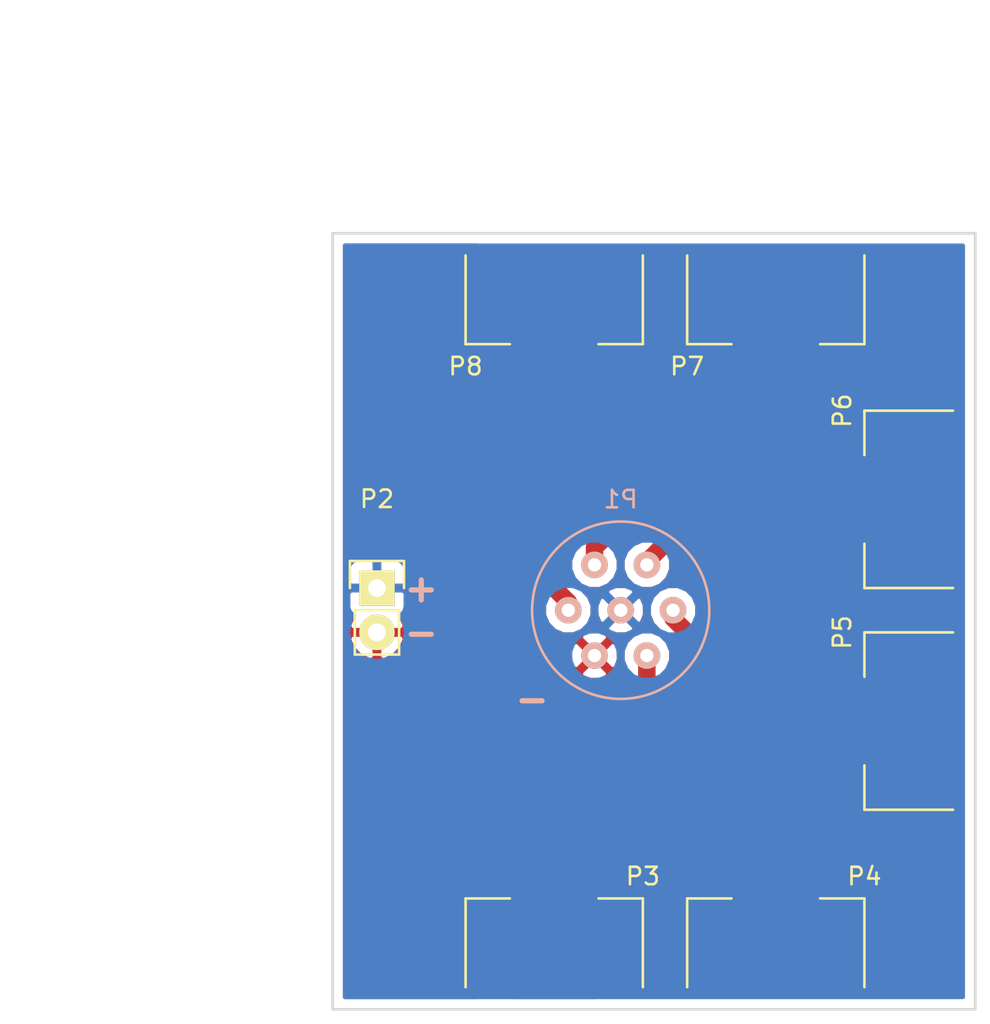
<source format=kicad_pcb>
(kicad_pcb (version 4) (host pcbnew 4.0.0-rc1-stable)

  (general
    (links 14)
    (no_connects 1)
    (area 111.380001 96.21 168.615 154.645)
    (thickness 1.6)
    (drawings 9)
    (tracks 26)
    (zones 0)
    (modules 8)
    (nets 20)
  )

  (page A4)
  (layers
    (0 F.Cu signal)
    (31 B.Cu signal)
    (32 B.Adhes user)
    (33 F.Adhes user)
    (34 B.Paste user)
    (35 F.Paste user)
    (36 B.SilkS user)
    (37 F.SilkS user)
    (38 B.Mask user)
    (39 F.Mask user)
    (40 Dwgs.User user)
    (41 Cmts.User user)
    (42 Eco1.User user)
    (43 Eco2.User user)
    (44 Edge.Cuts user)
    (45 Margin user)
    (46 B.CrtYd user)
    (47 F.CrtYd user)
    (48 B.Fab user)
    (49 F.Fab user)
  )

  (setup
    (last_trace_width 0.25)
    (trace_clearance 0.2)
    (zone_clearance 0.508)
    (zone_45_only no)
    (trace_min 0.1524)
    (segment_width 0.2)
    (edge_width 0.15)
    (via_size 0.6)
    (via_drill 0.4)
    (via_min_size 0.508)
    (via_min_drill 0.3302)
    (uvia_size 0.3)
    (uvia_drill 0.1)
    (uvias_allowed no)
    (uvia_min_size 0.2)
    (uvia_min_drill 0.1)
    (pcb_text_width 0.3)
    (pcb_text_size 1.5 1.5)
    (mod_edge_width 0.15)
    (mod_text_size 1 1)
    (mod_text_width 0.15)
    (pad_size 1.524 1.524)
    (pad_drill 0.762)
    (pad_to_mask_clearance 0.2)
    (aux_axis_origin 0 0)
    (visible_elements 7FFFFFFF)
    (pcbplotparams
      (layerselection 0x010f0_80000001)
      (usegerberextensions false)
      (excludeedgelayer true)
      (linewidth 0.100000)
      (plotframeref false)
      (viasonmask false)
      (mode 1)
      (useauxorigin false)
      (hpglpennumber 1)
      (hpglpenspeed 20)
      (hpglpendiameter 15)
      (hpglpenoverlay 2)
      (psnegative false)
      (psa4output false)
      (plotreference true)
      (plotvalue true)
      (plotinvisibletext false)
      (padsonsilk false)
      (subtractmaskfromsilk false)
      (outputformat 1)
      (mirror false)
      (drillshape 0)
      (scaleselection 1)
      (outputdirectory gerbers/))
  )

  (net 0 "")
  (net 1 "Net-(P1-Pad1)")
  (net 2 "Net-(P1-Pad2)")
  (net 3 "Net-(P1-Pad3)")
  (net 4 "Net-(P1-Pad4)")
  (net 5 "Net-(P1-Pad5)")
  (net 6 "Net-(P1-Pad6)")
  (net 7 "Net-(P1-Pad7)")
  (net 8 "Net-(P3-Pad1)")
  (net 9 "Net-(P3-Pad4)")
  (net 10 "Net-(P4-Pad1)")
  (net 11 "Net-(P4-Pad4)")
  (net 12 "Net-(P5-Pad1)")
  (net 13 "Net-(P5-Pad4)")
  (net 14 "Net-(P6-Pad1)")
  (net 15 "Net-(P6-Pad4)")
  (net 16 "Net-(P7-Pad1)")
  (net 17 "Net-(P7-Pad4)")
  (net 18 "Net-(P8-Pad1)")
  (net 19 "Net-(P8-Pad4)")

  (net_class Default "This is the default net class."
    (clearance 0.2)
    (trace_width 0.25)
    (via_dia 0.6)
    (via_drill 0.4)
    (uvia_dia 0.3)
    (uvia_drill 0.1)
  )

  (net_class Power ""
    (clearance 0.2)
    (trace_width 1)
    (via_dia 0.6)
    (via_drill 0.4)
    (uvia_dia 0.3)
    (uvia_drill 0.1)
    (add_net "Net-(P1-Pad1)")
    (add_net "Net-(P1-Pad2)")
    (add_net "Net-(P1-Pad3)")
    (add_net "Net-(P1-Pad4)")
    (add_net "Net-(P1-Pad5)")
    (add_net "Net-(P1-Pad6)")
    (add_net "Net-(P1-Pad7)")
    (add_net "Net-(P3-Pad1)")
    (add_net "Net-(P3-Pad4)")
    (add_net "Net-(P4-Pad1)")
    (add_net "Net-(P4-Pad4)")
    (add_net "Net-(P5-Pad1)")
    (add_net "Net-(P5-Pad4)")
    (add_net "Net-(P6-Pad1)")
    (add_net "Net-(P6-Pad4)")
    (add_net "Net-(P7-Pad1)")
    (add_net "Net-(P7-Pad4)")
    (add_net "Net-(P8-Pad1)")
    (add_net "Net-(P8-Pad4)")
  )

  (module Pin_Headers:Pin_Header_Straight_1x02 (layer F.Cu) (tedit 54EA090C) (tstamp 56207939)
    (at 133.35 129.54)
    (descr "Through hole pin header")
    (tags "pin header")
    (path /5620680B)
    (fp_text reference P2 (at 0 -5.1) (layer F.SilkS)
      (effects (font (size 1 1) (thickness 0.15)))
    )
    (fp_text value OUT (at 0 -3.1) (layer F.Fab)
      (effects (font (size 1 1) (thickness 0.15)))
    )
    (fp_line (start 1.27 1.27) (end 1.27 3.81) (layer F.SilkS) (width 0.15))
    (fp_line (start 1.55 -1.55) (end 1.55 0) (layer F.SilkS) (width 0.15))
    (fp_line (start -1.75 -1.75) (end -1.75 4.3) (layer F.CrtYd) (width 0.05))
    (fp_line (start 1.75 -1.75) (end 1.75 4.3) (layer F.CrtYd) (width 0.05))
    (fp_line (start -1.75 -1.75) (end 1.75 -1.75) (layer F.CrtYd) (width 0.05))
    (fp_line (start -1.75 4.3) (end 1.75 4.3) (layer F.CrtYd) (width 0.05))
    (fp_line (start 1.27 1.27) (end -1.27 1.27) (layer F.SilkS) (width 0.15))
    (fp_line (start -1.55 0) (end -1.55 -1.55) (layer F.SilkS) (width 0.15))
    (fp_line (start -1.55 -1.55) (end 1.55 -1.55) (layer F.SilkS) (width 0.15))
    (fp_line (start -1.27 1.27) (end -1.27 3.81) (layer F.SilkS) (width 0.15))
    (fp_line (start -1.27 3.81) (end 1.27 3.81) (layer F.SilkS) (width 0.15))
    (pad 1 thru_hole rect (at 0 0) (size 2.032 2.032) (drill 1.016) (layers *.Cu *.Mask F.SilkS)
      (net 1 "Net-(P1-Pad1)"))
    (pad 2 thru_hole oval (at 0 2.54) (size 2.032 2.032) (drill 1.016) (layers *.Cu *.Mask F.SilkS)
      (net 7 "Net-(P1-Pad7)"))
    (model Pin_Headers.3dshapes/Pin_Header_Straight_1x02.wrl
      (at (xyz 0 -0.05 0))
      (scale (xyz 1 1 1))
      (rotate (xyz 0 0 90))
    )
  )

  (module "JST Connectors:JST-PH-2" (layer F.Cu) (tedit 5620774F) (tstamp 56207945)
    (at 143.51 152.4)
    (path /562067BB)
    (fp_text reference P3 (at 5.08 -6.35) (layer F.SilkS)
      (effects (font (size 1 1) (thickness 0.15)))
    )
    (fp_text value "BATT 6" (at 0 1.27) (layer F.Fab)
      (effects (font (size 1 1) (thickness 0.15)))
    )
    (fp_line (start -5.08 0) (end -5.08 -5.08) (layer F.SilkS) (width 0.15))
    (fp_line (start -5.08 -5.08) (end -2.54 -5.08) (layer F.SilkS) (width 0.15))
    (fp_line (start 5.08 0) (end 5.08 -5.08) (layer F.SilkS) (width 0.15))
    (fp_line (start 5.08 -5.08) (end 2.54 -5.08) (layer F.SilkS) (width 0.15))
    (pad 1 smd rect (at -3.35 -1.7) (size 1.5 3.4) (layers F.Cu F.Paste F.Mask)
      (net 8 "Net-(P3-Pad1)"))
    (pad 2 smd rect (at -1 -5.55) (size 1 3.5) (layers F.Cu F.Paste F.Mask)
      (net 7 "Net-(P1-Pad7)"))
    (pad 3 smd rect (at 1 -5.55) (size 1 3.5) (layers F.Cu F.Paste F.Mask)
      (net 6 "Net-(P1-Pad6)"))
    (pad 4 smd rect (at 3.35 -1.7) (size 1.5 3.4) (layers F.Cu F.Paste F.Mask)
      (net 9 "Net-(P3-Pad4)"))
  )

  (module "JST Connectors:JST-PH-2" (layer F.Cu) (tedit 5620774F) (tstamp 56207951)
    (at 156.21 152.4)
    (path /56206774)
    (fp_text reference P4 (at 5.08 -6.35) (layer F.SilkS)
      (effects (font (size 1 1) (thickness 0.15)))
    )
    (fp_text value "BATT 5" (at 0 1.27) (layer F.Fab)
      (effects (font (size 1 1) (thickness 0.15)))
    )
    (fp_line (start -5.08 0) (end -5.08 -5.08) (layer F.SilkS) (width 0.15))
    (fp_line (start -5.08 -5.08) (end -2.54 -5.08) (layer F.SilkS) (width 0.15))
    (fp_line (start 5.08 0) (end 5.08 -5.08) (layer F.SilkS) (width 0.15))
    (fp_line (start 5.08 -5.08) (end 2.54 -5.08) (layer F.SilkS) (width 0.15))
    (pad 1 smd rect (at -3.35 -1.7) (size 1.5 3.4) (layers F.Cu F.Paste F.Mask)
      (net 10 "Net-(P4-Pad1)"))
    (pad 2 smd rect (at -1 -5.55) (size 1 3.5) (layers F.Cu F.Paste F.Mask)
      (net 6 "Net-(P1-Pad6)"))
    (pad 3 smd rect (at 1 -5.55) (size 1 3.5) (layers F.Cu F.Paste F.Mask)
      (net 5 "Net-(P1-Pad5)"))
    (pad 4 smd rect (at 3.35 -1.7) (size 1.5 3.4) (layers F.Cu F.Paste F.Mask)
      (net 11 "Net-(P4-Pad4)"))
  )

  (module "JST Connectors:JST-PH-2" (layer F.Cu) (tedit 5620774F) (tstamp 5620795D)
    (at 166.37 137.16 90)
    (path /56206742)
    (fp_text reference P5 (at 5.08 -6.35 90) (layer F.SilkS)
      (effects (font (size 1 1) (thickness 0.15)))
    )
    (fp_text value "BATT 4" (at 0 1.27 90) (layer F.Fab)
      (effects (font (size 1 1) (thickness 0.15)))
    )
    (fp_line (start -5.08 0) (end -5.08 -5.08) (layer F.SilkS) (width 0.15))
    (fp_line (start -5.08 -5.08) (end -2.54 -5.08) (layer F.SilkS) (width 0.15))
    (fp_line (start 5.08 0) (end 5.08 -5.08) (layer F.SilkS) (width 0.15))
    (fp_line (start 5.08 -5.08) (end 2.54 -5.08) (layer F.SilkS) (width 0.15))
    (pad 1 smd rect (at -3.35 -1.7 90) (size 1.5 3.4) (layers F.Cu F.Paste F.Mask)
      (net 12 "Net-(P5-Pad1)"))
    (pad 2 smd rect (at -1 -5.55 90) (size 1 3.5) (layers F.Cu F.Paste F.Mask)
      (net 5 "Net-(P1-Pad5)"))
    (pad 3 smd rect (at 1 -5.55 90) (size 1 3.5) (layers F.Cu F.Paste F.Mask)
      (net 4 "Net-(P1-Pad4)"))
    (pad 4 smd rect (at 3.35 -1.7 90) (size 1.5 3.4) (layers F.Cu F.Paste F.Mask)
      (net 13 "Net-(P5-Pad4)"))
  )

  (module "JST Connectors:JST-PH-2" (layer F.Cu) (tedit 5620774F) (tstamp 56207969)
    (at 166.37 124.46 90)
    (path /562066AF)
    (fp_text reference P6 (at 5.08 -6.35 90) (layer F.SilkS)
      (effects (font (size 1 1) (thickness 0.15)))
    )
    (fp_text value "BATT 3" (at 0 1.27 90) (layer F.Fab)
      (effects (font (size 1 1) (thickness 0.15)))
    )
    (fp_line (start -5.08 0) (end -5.08 -5.08) (layer F.SilkS) (width 0.15))
    (fp_line (start -5.08 -5.08) (end -2.54 -5.08) (layer F.SilkS) (width 0.15))
    (fp_line (start 5.08 0) (end 5.08 -5.08) (layer F.SilkS) (width 0.15))
    (fp_line (start 5.08 -5.08) (end 2.54 -5.08) (layer F.SilkS) (width 0.15))
    (pad 1 smd rect (at -3.35 -1.7 90) (size 1.5 3.4) (layers F.Cu F.Paste F.Mask)
      (net 14 "Net-(P6-Pad1)"))
    (pad 2 smd rect (at -1 -5.55 90) (size 1 3.5) (layers F.Cu F.Paste F.Mask)
      (net 4 "Net-(P1-Pad4)"))
    (pad 3 smd rect (at 1 -5.55 90) (size 1 3.5) (layers F.Cu F.Paste F.Mask)
      (net 3 "Net-(P1-Pad3)"))
    (pad 4 smd rect (at 3.35 -1.7 90) (size 1.5 3.4) (layers F.Cu F.Paste F.Mask)
      (net 15 "Net-(P6-Pad4)"))
  )

  (module "JST Connectors:JST-PH-2" (layer F.Cu) (tedit 5620774F) (tstamp 56207975)
    (at 156.21 110.49 180)
    (path /562065CC)
    (fp_text reference P7 (at 5.08 -6.35 180) (layer F.SilkS)
      (effects (font (size 1 1) (thickness 0.15)))
    )
    (fp_text value "BATT 2" (at 0 1.27 180) (layer F.Fab)
      (effects (font (size 1 1) (thickness 0.15)))
    )
    (fp_line (start -5.08 0) (end -5.08 -5.08) (layer F.SilkS) (width 0.15))
    (fp_line (start -5.08 -5.08) (end -2.54 -5.08) (layer F.SilkS) (width 0.15))
    (fp_line (start 5.08 0) (end 5.08 -5.08) (layer F.SilkS) (width 0.15))
    (fp_line (start 5.08 -5.08) (end 2.54 -5.08) (layer F.SilkS) (width 0.15))
    (pad 1 smd rect (at -3.35 -1.7 180) (size 1.5 3.4) (layers F.Cu F.Paste F.Mask)
      (net 16 "Net-(P7-Pad1)"))
    (pad 2 smd rect (at -1 -5.55 180) (size 1 3.5) (layers F.Cu F.Paste F.Mask)
      (net 3 "Net-(P1-Pad3)"))
    (pad 3 smd rect (at 1 -5.55 180) (size 1 3.5) (layers F.Cu F.Paste F.Mask)
      (net 2 "Net-(P1-Pad2)"))
    (pad 4 smd rect (at 3.35 -1.7 180) (size 1.5 3.4) (layers F.Cu F.Paste F.Mask)
      (net 17 "Net-(P7-Pad4)"))
  )

  (module "JST Connectors:JST-PH-2" (layer F.Cu) (tedit 5620774F) (tstamp 56207981)
    (at 143.51 110.49 180)
    (path /5620653B)
    (fp_text reference P8 (at 5.08 -6.35 180) (layer F.SilkS)
      (effects (font (size 1 1) (thickness 0.15)))
    )
    (fp_text value "BATT 1" (at 0 1.27 180) (layer F.Fab)
      (effects (font (size 1 1) (thickness 0.15)))
    )
    (fp_line (start -5.08 0) (end -5.08 -5.08) (layer F.SilkS) (width 0.15))
    (fp_line (start -5.08 -5.08) (end -2.54 -5.08) (layer F.SilkS) (width 0.15))
    (fp_line (start 5.08 0) (end 5.08 -5.08) (layer F.SilkS) (width 0.15))
    (fp_line (start 5.08 -5.08) (end 2.54 -5.08) (layer F.SilkS) (width 0.15))
    (pad 1 smd rect (at -3.35 -1.7 180) (size 1.5 3.4) (layers F.Cu F.Paste F.Mask)
      (net 18 "Net-(P8-Pad1)"))
    (pad 2 smd rect (at -1 -5.55 180) (size 1 3.5) (layers F.Cu F.Paste F.Mask)
      (net 2 "Net-(P1-Pad2)"))
    (pad 3 smd rect (at 1 -5.55 180) (size 1 3.5) (layers F.Cu F.Paste F.Mask)
      (net 1 "Net-(P1-Pad1)"))
    (pad 4 smd rect (at 3.35 -1.7 180) (size 1.5 3.4) (layers F.Cu F.Paste F.Mask)
      (net 19 "Net-(P8-Pad4)"))
  )

  (module "Connectors LEMO:ECG.0B.307" (layer B.Cu) (tedit 5622D8EC) (tstamp 56207933)
    (at 147.32 130.81 180)
    (path /56206AE4)
    (fp_text reference P1 (at 0 6.35 180) (layer B.SilkS)
      (effects (font (size 1 1) (thickness 0.15)) (justify mirror))
    )
    (fp_text value CHARGE (at 0 -6.35 180) (layer B.Fab)
      (effects (font (size 1 1) (thickness 0.15)) (justify mirror))
    )
    (fp_circle (center 0 0) (end 5.08 0) (layer B.SilkS) (width 0.15))
    (pad 1 thru_hole circle (at 0 0 180) (size 1.524 1.524) (drill 0.762) (layers *.Cu *.Mask B.SilkS)
      (net 1 "Net-(P1-Pad1)"))
    (pad 2 thru_hole circle (at 3 0 180) (size 1.524 1.524) (drill 0.762) (layers *.Cu *.Mask B.SilkS)
      (net 2 "Net-(P1-Pad2)"))
    (pad 3 thru_hole circle (at 1.5 2.598 180) (size 1.524 1.524) (drill 0.762) (layers *.Cu *.Mask B.SilkS)
      (net 3 "Net-(P1-Pad3)"))
    (pad 4 thru_hole circle (at -1.5 2.598 180) (size 1.524 1.524) (drill 0.762) (layers *.Cu *.Mask B.SilkS)
      (net 4 "Net-(P1-Pad4)"))
    (pad 5 thru_hole circle (at -3 0 180) (size 1.524 1.524) (drill 0.762) (layers *.Cu *.Mask B.SilkS)
      (net 5 "Net-(P1-Pad5)"))
    (pad 6 thru_hole circle (at -1.5 -2.598 180) (size 1.524 1.524) (drill 0.762) (layers *.Cu *.Mask B.SilkS)
      (net 6 "Net-(P1-Pad6)"))
    (pad 7 thru_hole circle (at 1.5 -2.598 180) (size 1.524 1.524) (drill 0.762) (layers *.Cu *.Mask B.SilkS)
      (net 7 "Net-(P1-Pad7)"))
  )

  (gr_text - (at 142.24 135.89) (layer B.SilkS)
    (effects (font (size 1.5 1.5) (thickness 0.3)))
  )
  (gr_text + (at 135.89 129.54) (layer B.SilkS)
    (effects (font (size 1.5 1.5) (thickness 0.3)))
  )
  (gr_text - (at 135.89 132.08) (layer B.SilkS)
    (effects (font (size 1.5 1.5) (thickness 0.3)))
  )
  (dimension 44.45 (width 0.3) (layer Dwgs.User)
    (gr_text "44.450 mm" (at 118.03 131.445 270) (layer Dwgs.User)
      (effects (font (size 1.5 1.5) (thickness 0.3)))
    )
    (feature1 (pts (xy 138.43 153.67) (xy 116.68 153.67)))
    (feature2 (pts (xy 138.43 109.22) (xy 116.68 109.22)))
    (crossbar (pts (xy 119.38 109.22) (xy 119.38 153.67)))
    (arrow1a (pts (xy 119.38 153.67) (xy 118.793579 152.543496)))
    (arrow1b (pts (xy 119.38 153.67) (xy 119.966421 152.543496)))
    (arrow2a (pts (xy 119.38 109.22) (xy 118.793579 110.346504)))
    (arrow2b (pts (xy 119.38 109.22) (xy 119.966421 110.346504)))
  )
  (dimension 36.83 (width 0.3) (layer Dwgs.User)
    (gr_text "36.830 mm" (at 149.225 97.71) (layer Dwgs.User)
      (effects (font (size 1.5 1.5) (thickness 0.3)))
    )
    (feature1 (pts (xy 167.64 118.11) (xy 167.64 96.36)))
    (feature2 (pts (xy 130.81 118.11) (xy 130.81 96.36)))
    (crossbar (pts (xy 130.81 99.06) (xy 167.64 99.06)))
    (arrow1a (pts (xy 167.64 99.06) (xy 166.513496 99.646421)))
    (arrow1b (pts (xy 167.64 99.06) (xy 166.513496 98.473579)))
    (arrow2a (pts (xy 130.81 99.06) (xy 131.936504 99.646421)))
    (arrow2b (pts (xy 130.81 99.06) (xy 131.936504 98.473579)))
  )
  (gr_line (start 130.81 153.67) (end 167.64 153.67) (angle 90) (layer Edge.Cuts) (width 0.15))
  (gr_line (start 130.81 109.22) (end 130.81 153.67) (angle 90) (layer Edge.Cuts) (width 0.15))
  (gr_line (start 167.64 109.22) (end 130.81 109.22) (angle 90) (layer Edge.Cuts) (width 0.15))
  (gr_line (start 167.64 153.67) (end 167.64 109.22) (angle 90) (layer Edge.Cuts) (width 0.15))

  (segment (start 144.32 130.81) (end 144.32 130.35) (width 1) (layer F.Cu) (net 2))
  (segment (start 144.32 130.35) (end 142.24 128.27) (width 1) (layer F.Cu) (net 2) (tstamp 5622DEF1))
  (segment (start 142.24 128.27) (end 142.24 127) (width 1) (layer F.Cu) (net 2) (tstamp 5622DEF5))
  (segment (start 142.24 127) (end 144.51 124.73) (width 1) (layer F.Cu) (net 2) (tstamp 5622DEF9))
  (segment (start 144.51 124.73) (end 144.51 116.04) (width 1) (layer F.Cu) (net 2) (tstamp 5622DEFC))
  (segment (start 155.21 116.04) (end 144.51 116.04) (width 1) (layer F.Cu) (net 2))
  (segment (start 145.82 128.212) (end 145.82 127.23) (width 1) (layer F.Cu) (net 3))
  (segment (start 149.59 123.46) (end 160.82 123.46) (width 1) (layer F.Cu) (net 3) (tstamp 5622DEED))
  (segment (start 145.82 127.23) (end 149.59 123.46) (width 1) (layer F.Cu) (net 3) (tstamp 5622DEEA))
  (segment (start 160.82 123.46) (end 160.82 117.64) (width 1) (layer F.Cu) (net 3))
  (segment (start 159.22 116.04) (end 157.21 116.04) (width 1) (layer F.Cu) (net 3) (tstamp 5622DEE0))
  (segment (start 160.82 117.64) (end 159.22 116.04) (width 1) (layer F.Cu) (net 3) (tstamp 5622DEDC))
  (segment (start 148.82 128.212) (end 148.82 128.04) (width 1) (layer F.Cu) (net 4))
  (segment (start 148.82 128.04) (end 151.4 125.46) (width 1) (layer F.Cu) (net 4) (tstamp 5622DE58))
  (segment (start 151.4 125.46) (end 160.82 125.46) (width 1) (layer F.Cu) (net 4) (tstamp 5622DE5A))
  (segment (start 160.82 125.46) (end 160.82 136.16) (width 1) (layer F.Cu) (net 4))
  (segment (start 150.32 130.81) (end 150.32 131.27) (width 1) (layer F.Cu) (net 5))
  (segment (start 150.32 131.27) (end 157.21 138.16) (width 1) (layer F.Cu) (net 5) (tstamp 5622DEAB))
  (segment (start 157.21 138.16) (end 160.82 138.16) (width 1) (layer F.Cu) (net 5) (tstamp 5622DEAE))
  (segment (start 160.82 138.16) (end 160.82 145.25) (width 1) (layer F.Cu) (net 5))
  (segment (start 159.22 146.85) (end 157.21 146.85) (width 1) (layer F.Cu) (net 5) (tstamp 5622DEA8))
  (segment (start 160.82 145.25) (end 159.22 146.85) (width 1) (layer F.Cu) (net 5) (tstamp 5622DE9D))
  (segment (start 148.82 133.408) (end 148.82 136.93) (width 1) (layer F.Cu) (net 6))
  (segment (start 144.51 141.24) (end 144.51 146.85) (width 1) (layer F.Cu) (net 6) (tstamp 5622DEBB))
  (segment (start 148.82 136.93) (end 144.51 141.24) (width 1) (layer F.Cu) (net 6) (tstamp 5622DEB6))
  (segment (start 155.21 146.85) (end 144.51 146.85) (width 1) (layer F.Cu) (net 6))

  (zone (net 1) (net_name "Net-(P1-Pad1)") (layer B.Cu) (tstamp 5622E06B) (hatch edge 0.508)
    (connect_pads (clearance 0.508))
    (min_thickness 0.254)
    (fill yes (arc_segments 16) (thermal_gap 0.508) (thermal_bridge_width 0.508))
    (polygon
      (pts
        (xy 167.64 153.67) (xy 130.81 153.67) (xy 130.81 109.22) (xy 167.64 109.22) (xy 167.64 153.67)
      )
    )
    (filled_polygon
      (pts
        (xy 166.93 152.96) (xy 131.52 152.96) (xy 131.52 132.08) (xy 131.666655 132.08) (xy 131.79233 132.71181)
        (xy 132.150222 133.247433) (xy 132.685845 133.605325) (xy 133.317655 133.731) (xy 133.382345 133.731) (xy 133.615306 133.684661)
        (xy 144.422758 133.684661) (xy 144.63499 134.198303) (xy 145.02763 134.591629) (xy 145.5409 134.804757) (xy 146.096661 134.805242)
        (xy 146.610303 134.59301) (xy 147.003629 134.20037) (xy 147.216757 133.6871) (xy 147.216759 133.684661) (xy 147.422758 133.684661)
        (xy 147.63499 134.198303) (xy 148.02763 134.591629) (xy 148.5409 134.804757) (xy 149.096661 134.805242) (xy 149.610303 134.59301)
        (xy 150.003629 134.20037) (xy 150.216757 133.6871) (xy 150.217242 133.131339) (xy 150.00501 132.617697) (xy 149.61237 132.224371)
        (xy 149.0991 132.011243) (xy 148.543339 132.010758) (xy 148.029697 132.22299) (xy 147.636371 132.61563) (xy 147.423243 133.1289)
        (xy 147.422758 133.684661) (xy 147.216759 133.684661) (xy 147.217242 133.131339) (xy 147.00501 132.617697) (xy 146.61237 132.224371)
        (xy 146.0991 132.011243) (xy 145.543339 132.010758) (xy 145.029697 132.22299) (xy 144.636371 132.61563) (xy 144.423243 133.1289)
        (xy 144.422758 133.684661) (xy 133.615306 133.684661) (xy 134.014155 133.605325) (xy 134.549778 133.247433) (xy 134.90767 132.71181)
        (xy 135.033345 132.08) (xy 134.90767 131.44819) (xy 134.683034 131.111999) (xy 134.725698 131.094327) (xy 134.733364 131.086661)
        (xy 142.922758 131.086661) (xy 143.13499 131.600303) (xy 143.52763 131.993629) (xy 144.0409 132.206757) (xy 144.596661 132.207242)
        (xy 145.110303 131.99501) (xy 145.315457 131.790213) (xy 146.519392 131.790213) (xy 146.588857 132.032397) (xy 147.112302 132.219144)
        (xy 147.667368 132.191362) (xy 148.051143 132.032397) (xy 148.120608 131.790213) (xy 147.32 130.989605) (xy 146.519392 131.790213)
        (xy 145.315457 131.790213) (xy 145.503629 131.60237) (xy 145.716757 131.0891) (xy 145.717181 130.602302) (xy 145.910856 130.602302)
        (xy 145.938638 131.157368) (xy 146.097603 131.541143) (xy 146.339787 131.610608) (xy 147.140395 130.81) (xy 147.499605 130.81)
        (xy 148.300213 131.610608) (xy 148.542397 131.541143) (xy 148.70454 131.086661) (xy 148.922758 131.086661) (xy 149.13499 131.600303)
        (xy 149.52763 131.993629) (xy 150.0409 132.206757) (xy 150.596661 132.207242) (xy 151.110303 131.99501) (xy 151.503629 131.60237)
        (xy 151.716757 131.0891) (xy 151.717242 130.533339) (xy 151.50501 130.019697) (xy 151.11237 129.626371) (xy 150.5991 129.413243)
        (xy 150.043339 129.412758) (xy 149.529697 129.62499) (xy 149.136371 130.01763) (xy 148.923243 130.5309) (xy 148.922758 131.086661)
        (xy 148.70454 131.086661) (xy 148.729144 131.017698) (xy 148.701362 130.462632) (xy 148.542397 130.078857) (xy 148.300213 130.009392)
        (xy 147.499605 130.81) (xy 147.140395 130.81) (xy 146.339787 130.009392) (xy 146.097603 130.078857) (xy 145.910856 130.602302)
        (xy 145.717181 130.602302) (xy 145.717242 130.533339) (xy 145.50501 130.019697) (xy 145.315432 129.829787) (xy 146.519392 129.829787)
        (xy 147.32 130.630395) (xy 148.120608 129.829787) (xy 148.051143 129.587603) (xy 147.527698 129.400856) (xy 146.972632 129.428638)
        (xy 146.588857 129.587603) (xy 146.519392 129.829787) (xy 145.315432 129.829787) (xy 145.11237 129.626371) (xy 144.5991 129.413243)
        (xy 144.043339 129.412758) (xy 143.529697 129.62499) (xy 143.136371 130.01763) (xy 142.923243 130.5309) (xy 142.922758 131.086661)
        (xy 134.733364 131.086661) (xy 134.904327 130.915699) (xy 135.001 130.68231) (xy 135.001 129.82575) (xy 134.84225 129.667)
        (xy 133.477 129.667) (xy 133.477 129.687) (xy 133.223 129.687) (xy 133.223 129.667) (xy 131.85775 129.667)
        (xy 131.699 129.82575) (xy 131.699 130.68231) (xy 131.795673 130.915699) (xy 131.974302 131.094327) (xy 132.016966 131.111999)
        (xy 131.79233 131.44819) (xy 131.666655 132.08) (xy 131.52 132.08) (xy 131.52 128.39769) (xy 131.699 128.39769)
        (xy 131.699 129.25425) (xy 131.85775 129.413) (xy 133.223 129.413) (xy 133.223 128.04775) (xy 133.477 128.04775)
        (xy 133.477 129.413) (xy 134.84225 129.413) (xy 135.001 129.25425) (xy 135.001 128.488661) (xy 144.422758 128.488661)
        (xy 144.63499 129.002303) (xy 145.02763 129.395629) (xy 145.5409 129.608757) (xy 146.096661 129.609242) (xy 146.610303 129.39701)
        (xy 147.003629 129.00437) (xy 147.216757 128.4911) (xy 147.216759 128.488661) (xy 147.422758 128.488661) (xy 147.63499 129.002303)
        (xy 148.02763 129.395629) (xy 148.5409 129.608757) (xy 149.096661 129.609242) (xy 149.610303 129.39701) (xy 150.003629 129.00437)
        (xy 150.216757 128.4911) (xy 150.217242 127.935339) (xy 150.00501 127.421697) (xy 149.61237 127.028371) (xy 149.0991 126.815243)
        (xy 148.543339 126.814758) (xy 148.029697 127.02699) (xy 147.636371 127.41963) (xy 147.423243 127.9329) (xy 147.422758 128.488661)
        (xy 147.216759 128.488661) (xy 147.217242 127.935339) (xy 147.00501 127.421697) (xy 146.61237 127.028371) (xy 146.0991 126.815243)
        (xy 145.543339 126.814758) (xy 145.029697 127.02699) (xy 144.636371 127.41963) (xy 144.423243 127.9329) (xy 144.422758 128.488661)
        (xy 135.001 128.488661) (xy 135.001 128.39769) (xy 134.904327 128.164301) (xy 134.725698 127.985673) (xy 134.492309 127.889)
        (xy 133.63575 127.889) (xy 133.477 128.04775) (xy 133.223 128.04775) (xy 133.06425 127.889) (xy 132.207691 127.889)
        (xy 131.974302 127.985673) (xy 131.795673 128.164301) (xy 131.699 128.39769) (xy 131.52 128.39769) (xy 131.52 109.93)
        (xy 166.93 109.93)
      )
    )
  )
  (zone (net 7) (net_name "Net-(P1-Pad7)") (layer F.Cu) (tstamp 5622E094) (hatch edge 0.508)
    (connect_pads (clearance 0.508))
    (min_thickness 0.254)
    (fill yes (arc_segments 16) (thermal_gap 0.508) (thermal_bridge_width 0.508))
    (polygon
      (pts
        (xy 167.64 153.67) (xy 130.81 153.67) (xy 130.81 109.22) (xy 167.64 109.22) (xy 167.64 153.67)
      )
    )
    (filled_polygon
      (pts
        (xy 138.958559 110.02591) (xy 138.813569 110.23811) (xy 138.76256 110.49) (xy 138.76256 113.89) (xy 138.806838 114.125317)
        (xy 138.94591 114.341441) (xy 139.15811 114.486431) (xy 139.41 114.53744) (xy 140.91 114.53744) (xy 141.145317 114.493162)
        (xy 141.361441 114.35409) (xy 141.36256 114.352452) (xy 141.36256 117.79) (xy 141.406838 118.025317) (xy 141.54591 118.241441)
        (xy 141.75811 118.386431) (xy 142.01 118.43744) (xy 143.01 118.43744) (xy 143.245317 118.393162) (xy 143.375 118.309713)
        (xy 143.375 124.259868) (xy 141.437434 126.197434) (xy 141.191397 126.565654) (xy 141.105 127) (xy 141.105 128.27)
        (xy 141.191397 128.704346) (xy 141.252182 128.795317) (xy 141.437434 129.072566) (xy 142.923219 130.558351) (xy 142.922758 131.086661)
        (xy 143.13499 131.600303) (xy 143.52763 131.993629) (xy 144.0409 132.206757) (xy 144.596661 132.207242) (xy 145.110303 131.99501)
        (xy 145.503629 131.60237) (xy 145.716757 131.0891) (xy 145.716759 131.086661) (xy 145.922758 131.086661) (xy 146.13499 131.600303)
        (xy 146.52763 131.993629) (xy 147.0409 132.206757) (xy 147.596661 132.207242) (xy 148.110303 131.99501) (xy 148.503629 131.60237)
        (xy 148.716757 131.0891) (xy 148.717242 130.533339) (xy 148.50501 130.019697) (xy 148.11237 129.626371) (xy 147.5991 129.413243)
        (xy 147.043339 129.412758) (xy 146.529697 129.62499) (xy 146.136371 130.01763) (xy 145.923243 130.5309) (xy 145.922758 131.086661)
        (xy 145.716759 131.086661) (xy 145.717242 130.533339) (xy 145.50501 130.019697) (xy 145.302721 129.817054) (xy 145.122566 129.547434)
        (xy 143.375 127.799868) (xy 143.375 127.470132) (xy 145.312566 125.532566) (xy 145.361053 125.46) (xy 145.558603 125.164346)
        (xy 145.645 124.73) (xy 145.645 117.851431) (xy 145.65744 117.79) (xy 145.65744 117.175) (xy 154.06256 117.175)
        (xy 154.06256 117.79) (xy 154.106838 118.025317) (xy 154.24591 118.241441) (xy 154.45811 118.386431) (xy 154.71 118.43744)
        (xy 155.71 118.43744) (xy 155.945317 118.393162) (xy 156.161441 118.25409) (xy 156.209134 118.184289) (xy 156.24591 118.241441)
        (xy 156.45811 118.386431) (xy 156.71 118.43744) (xy 157.71 118.43744) (xy 157.945317 118.393162) (xy 158.161441 118.25409)
        (xy 158.306431 118.04189) (xy 158.35744 117.79) (xy 158.35744 117.175) (xy 158.749868 117.175) (xy 159.685 118.110132)
        (xy 159.685 122.31256) (xy 159.07 122.31256) (xy 159.003887 122.325) (xy 149.59 122.325) (xy 149.155654 122.411397)
        (xy 148.787434 122.657434) (xy 145.017434 126.427434) (xy 144.771397 126.795654) (xy 144.685 127.23) (xy 144.685 127.371086)
        (xy 144.636371 127.41963) (xy 144.423243 127.9329) (xy 144.422758 128.488661) (xy 144.63499 129.002303) (xy 145.02763 129.395629)
        (xy 145.5409 129.608757) (xy 146.096661 129.609242) (xy 146.610303 129.39701) (xy 147.003629 129.00437) (xy 147.216757 128.4911)
        (xy 147.217242 127.935339) (xy 147.071797 127.583335) (xy 150.060132 124.595) (xy 150.690873 124.595) (xy 150.597434 124.657434)
        (xy 148.367423 126.887445) (xy 148.029697 127.02699) (xy 147.636371 127.41963) (xy 147.423243 127.9329) (xy 147.422758 128.488661)
        (xy 147.63499 129.002303) (xy 148.02763 129.395629) (xy 148.5409 129.608757) (xy 149.096661 129.609242) (xy 149.610303 129.39701)
        (xy 150.003629 129.00437) (xy 150.216757 128.4911) (xy 150.216969 128.248163) (xy 151.870132 126.595) (xy 159.008569 126.595)
        (xy 159.07 126.60744) (xy 159.685 126.60744) (xy 159.685 135.01256) (xy 159.07 135.01256) (xy 158.834683 135.056838)
        (xy 158.618559 135.19591) (xy 158.473569 135.40811) (xy 158.42256 135.66) (xy 158.42256 136.66) (xy 158.466838 136.895317)
        (xy 158.550287 137.025) (xy 157.680133 137.025) (xy 151.716781 131.061649) (xy 151.717242 130.533339) (xy 151.50501 130.019697)
        (xy 151.11237 129.626371) (xy 150.5991 129.413243) (xy 150.043339 129.412758) (xy 149.529697 129.62499) (xy 149.136371 130.01763)
        (xy 148.923243 130.5309) (xy 148.922758 131.086661) (xy 149.13499 131.600303) (xy 149.337279 131.802946) (xy 149.46469 131.993629)
        (xy 149.517434 132.072566) (xy 156.407433 138.962566) (xy 156.649171 139.12409) (xy 156.775654 139.208603) (xy 157.21 139.295)
        (xy 159.008569 139.295) (xy 159.07 139.30744) (xy 159.685 139.30744) (xy 159.685 144.779868) (xy 158.749868 145.715)
        (xy 158.35744 145.715) (xy 158.35744 145.1) (xy 158.313162 144.864683) (xy 158.17409 144.648559) (xy 157.96189 144.503569)
        (xy 157.71 144.45256) (xy 156.71 144.45256) (xy 156.474683 144.496838) (xy 156.258559 144.63591) (xy 156.210866 144.705711)
        (xy 156.17409 144.648559) (xy 155.96189 144.503569) (xy 155.71 144.45256) (xy 154.71 144.45256) (xy 154.474683 144.496838)
        (xy 154.258559 144.63591) (xy 154.113569 144.84811) (xy 154.06256 145.1) (xy 154.06256 145.715) (xy 145.65744 145.715)
        (xy 145.65744 145.1) (xy 145.645 145.033887) (xy 145.645 141.710132) (xy 149.622566 137.732567) (xy 149.868603 137.364346)
        (xy 149.88873 137.263162) (xy 149.955 136.93) (xy 149.955 134.248914) (xy 150.003629 134.20037) (xy 150.216757 133.6871)
        (xy 150.217242 133.131339) (xy 150.00501 132.617697) (xy 149.61237 132.224371) (xy 149.0991 132.011243) (xy 148.543339 132.010758)
        (xy 148.029697 132.22299) (xy 147.636371 132.61563) (xy 147.423243 133.1289) (xy 147.422758 133.684661) (xy 147.63499 134.198303)
        (xy 147.685 134.2484) (xy 147.685 136.459867) (xy 143.707434 140.437434) (xy 143.461397 140.805654) (xy 143.375 141.24)
        (xy 143.375 144.566975) (xy 143.369698 144.561673) (xy 143.136309 144.465) (xy 142.79575 144.465) (xy 142.637 144.62375)
        (xy 142.637 146.723) (xy 142.657 146.723) (xy 142.657 146.977) (xy 142.637 146.977) (xy 142.637 149.07625)
        (xy 142.79575 149.235) (xy 143.136309 149.235) (xy 143.369698 149.138327) (xy 143.510936 148.99709) (xy 143.54591 149.051441)
        (xy 143.75811 149.196431) (xy 144.01 149.24744) (xy 145.01 149.24744) (xy 145.245317 149.203162) (xy 145.461441 149.06409)
        (xy 145.46256 149.062452) (xy 145.46256 152.4) (xy 145.506838 152.635317) (xy 145.64591 152.851441) (xy 145.804791 152.96)
        (xy 141.212393 152.96) (xy 141.361441 152.86409) (xy 141.506431 152.65189) (xy 141.55744 152.4) (xy 141.55744 149.045466)
        (xy 141.650302 149.138327) (xy 141.883691 149.235) (xy 142.22425 149.235) (xy 142.383 149.07625) (xy 142.383 146.977)
        (xy 141.53375 146.977) (xy 141.375 147.13575) (xy 141.375 148.549973) (xy 141.37409 148.548559) (xy 141.16189 148.403569)
        (xy 140.91 148.35256) (xy 139.41 148.35256) (xy 139.174683 148.396838) (xy 138.958559 148.53591) (xy 138.813569 148.74811)
        (xy 138.76256 149) (xy 138.76256 152.4) (xy 138.806838 152.635317) (xy 138.94591 152.851441) (xy 139.104791 152.96)
        (xy 131.52 152.96) (xy 131.52 144.97369) (xy 141.375 144.97369) (xy 141.375 146.56425) (xy 141.53375 146.723)
        (xy 142.383 146.723) (xy 142.383 144.62375) (xy 142.22425 144.465) (xy 141.883691 144.465) (xy 141.650302 144.561673)
        (xy 141.471673 144.740301) (xy 141.375 144.97369) (xy 131.52 144.97369) (xy 131.52 134.388213) (xy 145.019392 134.388213)
        (xy 145.088857 134.630397) (xy 145.612302 134.817144) (xy 146.167368 134.789362) (xy 146.551143 134.630397) (xy 146.620608 134.388213)
        (xy 145.82 133.587605) (xy 145.019392 134.388213) (xy 131.52 134.388213) (xy 131.52 132.462944) (xy 131.744025 132.462944)
        (xy 131.943615 132.944818) (xy 132.381621 133.417188) (xy 132.967054 133.685983) (xy 133.223 133.567367) (xy 133.223 132.207)
        (xy 133.477 132.207) (xy 133.477 133.567367) (xy 133.732946 133.685983) (xy 134.318379 133.417188) (xy 134.519486 133.200302)
        (xy 144.410856 133.200302) (xy 144.438638 133.755368) (xy 144.597603 134.139143) (xy 144.839787 134.208608) (xy 145.640395 133.408)
        (xy 145.999605 133.408) (xy 146.800213 134.208608) (xy 147.042397 134.139143) (xy 147.229144 133.615698) (xy 147.201362 133.060632)
        (xy 147.042397 132.676857) (xy 146.800213 132.607392) (xy 145.999605 133.408) (xy 145.640395 133.408) (xy 144.839787 132.607392)
        (xy 144.597603 132.676857) (xy 144.410856 133.200302) (xy 134.519486 133.200302) (xy 134.756385 132.944818) (xy 134.955975 132.462944)
        (xy 134.93961 132.427787) (xy 145.019392 132.427787) (xy 145.82 133.228395) (xy 146.620608 132.427787) (xy 146.551143 132.185603)
        (xy 146.027698 131.998856) (xy 145.472632 132.026638) (xy 145.088857 132.185603) (xy 145.019392 132.427787) (xy 134.93961 132.427787)
        (xy 134.836836 132.207) (xy 133.477 132.207) (xy 133.223 132.207) (xy 131.863164 132.207) (xy 131.744025 132.462944)
        (xy 131.52 132.462944) (xy 131.52 128.524) (xy 131.68656 128.524) (xy 131.68656 130.556) (xy 131.730838 130.791317)
        (xy 131.86991 131.007441) (xy 132.032948 131.11884) (xy 131.943615 131.215182) (xy 131.744025 131.697056) (xy 131.863164 131.953)
        (xy 133.223 131.953) (xy 133.223 131.933) (xy 133.477 131.933) (xy 133.477 131.953) (xy 134.836836 131.953)
        (xy 134.955975 131.697056) (xy 134.756385 131.215182) (xy 134.665903 131.117602) (xy 134.817441 131.02009) (xy 134.962431 130.80789)
        (xy 135.01344 130.556) (xy 135.01344 128.524) (xy 134.969162 128.288683) (xy 134.83009 128.072559) (xy 134.61789 127.927569)
        (xy 134.366 127.87656) (xy 132.334 127.87656) (xy 132.098683 127.920838) (xy 131.882559 128.05991) (xy 131.737569 128.27211)
        (xy 131.68656 128.524) (xy 131.52 128.524) (xy 131.52 109.93) (xy 139.107607 109.93)
      )
    )
  )
)

</source>
